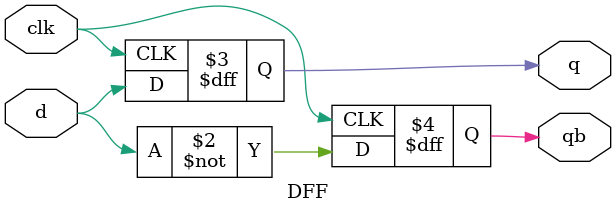
<source format=v>
module DFF(d,q,clk,qb);
input d,clk;
output q,qb;
reg q,qb;
always@(posedge clk)
begin
q=d;
qb=~d;
end
endmodule

</source>
